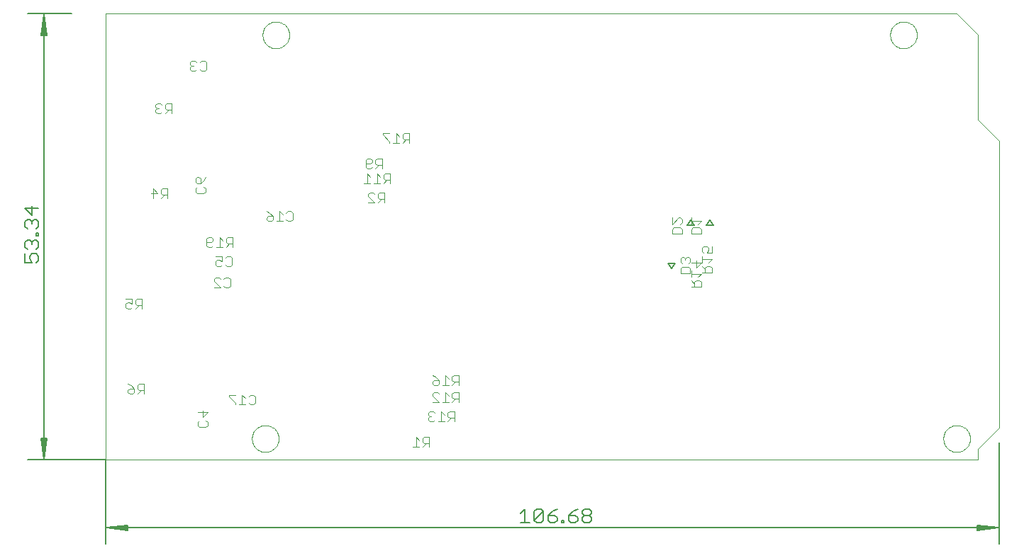
<source format=gbo>
G75*
%MOIN*%
%OFA0B0*%
%FSLAX24Y24*%
%IPPOS*%
%LPD*%
%AMOC8*
5,1,8,0,0,1.08239X$1,22.5*
%
%ADD10C,0.0000*%
%ADD11C,0.0051*%
%ADD12C,0.0060*%
%ADD13C,0.0040*%
D10*
X004160Y004093D02*
X004160Y025093D01*
X044160Y025093D01*
X045160Y024093D01*
X045160Y020093D01*
X046160Y019093D01*
X046160Y005593D01*
X045160Y004593D01*
X045160Y004093D01*
X004160Y004093D01*
X011030Y005093D02*
X011032Y005143D01*
X011038Y005193D01*
X011048Y005242D01*
X011062Y005290D01*
X011079Y005337D01*
X011100Y005382D01*
X011125Y005426D01*
X011153Y005467D01*
X011185Y005506D01*
X011219Y005543D01*
X011256Y005577D01*
X011296Y005607D01*
X011338Y005634D01*
X011382Y005658D01*
X011428Y005679D01*
X011475Y005695D01*
X011523Y005708D01*
X011573Y005717D01*
X011622Y005722D01*
X011673Y005723D01*
X011723Y005720D01*
X011772Y005713D01*
X011821Y005702D01*
X011869Y005687D01*
X011915Y005669D01*
X011960Y005647D01*
X012003Y005621D01*
X012044Y005592D01*
X012083Y005560D01*
X012119Y005525D01*
X012151Y005487D01*
X012181Y005447D01*
X012208Y005404D01*
X012231Y005360D01*
X012250Y005314D01*
X012266Y005266D01*
X012278Y005217D01*
X012286Y005168D01*
X012290Y005118D01*
X012290Y005068D01*
X012286Y005018D01*
X012278Y004969D01*
X012266Y004920D01*
X012250Y004872D01*
X012231Y004826D01*
X012208Y004782D01*
X012181Y004739D01*
X012151Y004699D01*
X012119Y004661D01*
X012083Y004626D01*
X012044Y004594D01*
X012003Y004565D01*
X011960Y004539D01*
X011915Y004517D01*
X011869Y004499D01*
X011821Y004484D01*
X011772Y004473D01*
X011723Y004466D01*
X011673Y004463D01*
X011622Y004464D01*
X011573Y004469D01*
X011523Y004478D01*
X011475Y004491D01*
X011428Y004507D01*
X011382Y004528D01*
X011338Y004552D01*
X011296Y004579D01*
X011256Y004609D01*
X011219Y004643D01*
X011185Y004680D01*
X011153Y004719D01*
X011125Y004760D01*
X011100Y004804D01*
X011079Y004849D01*
X011062Y004896D01*
X011048Y004944D01*
X011038Y004993D01*
X011032Y005043D01*
X011030Y005093D01*
X043530Y005093D02*
X043532Y005143D01*
X043538Y005193D01*
X043548Y005242D01*
X043562Y005290D01*
X043579Y005337D01*
X043600Y005382D01*
X043625Y005426D01*
X043653Y005467D01*
X043685Y005506D01*
X043719Y005543D01*
X043756Y005577D01*
X043796Y005607D01*
X043838Y005634D01*
X043882Y005658D01*
X043928Y005679D01*
X043975Y005695D01*
X044023Y005708D01*
X044073Y005717D01*
X044122Y005722D01*
X044173Y005723D01*
X044223Y005720D01*
X044272Y005713D01*
X044321Y005702D01*
X044369Y005687D01*
X044415Y005669D01*
X044460Y005647D01*
X044503Y005621D01*
X044544Y005592D01*
X044583Y005560D01*
X044619Y005525D01*
X044651Y005487D01*
X044681Y005447D01*
X044708Y005404D01*
X044731Y005360D01*
X044750Y005314D01*
X044766Y005266D01*
X044778Y005217D01*
X044786Y005168D01*
X044790Y005118D01*
X044790Y005068D01*
X044786Y005018D01*
X044778Y004969D01*
X044766Y004920D01*
X044750Y004872D01*
X044731Y004826D01*
X044708Y004782D01*
X044681Y004739D01*
X044651Y004699D01*
X044619Y004661D01*
X044583Y004626D01*
X044544Y004594D01*
X044503Y004565D01*
X044460Y004539D01*
X044415Y004517D01*
X044369Y004499D01*
X044321Y004484D01*
X044272Y004473D01*
X044223Y004466D01*
X044173Y004463D01*
X044122Y004464D01*
X044073Y004469D01*
X044023Y004478D01*
X043975Y004491D01*
X043928Y004507D01*
X043882Y004528D01*
X043838Y004552D01*
X043796Y004579D01*
X043756Y004609D01*
X043719Y004643D01*
X043685Y004680D01*
X043653Y004719D01*
X043625Y004760D01*
X043600Y004804D01*
X043579Y004849D01*
X043562Y004896D01*
X043548Y004944D01*
X043538Y004993D01*
X043532Y005043D01*
X043530Y005093D01*
X041030Y024093D02*
X041032Y024143D01*
X041038Y024193D01*
X041048Y024242D01*
X041062Y024290D01*
X041079Y024337D01*
X041100Y024382D01*
X041125Y024426D01*
X041153Y024467D01*
X041185Y024506D01*
X041219Y024543D01*
X041256Y024577D01*
X041296Y024607D01*
X041338Y024634D01*
X041382Y024658D01*
X041428Y024679D01*
X041475Y024695D01*
X041523Y024708D01*
X041573Y024717D01*
X041622Y024722D01*
X041673Y024723D01*
X041723Y024720D01*
X041772Y024713D01*
X041821Y024702D01*
X041869Y024687D01*
X041915Y024669D01*
X041960Y024647D01*
X042003Y024621D01*
X042044Y024592D01*
X042083Y024560D01*
X042119Y024525D01*
X042151Y024487D01*
X042181Y024447D01*
X042208Y024404D01*
X042231Y024360D01*
X042250Y024314D01*
X042266Y024266D01*
X042278Y024217D01*
X042286Y024168D01*
X042290Y024118D01*
X042290Y024068D01*
X042286Y024018D01*
X042278Y023969D01*
X042266Y023920D01*
X042250Y023872D01*
X042231Y023826D01*
X042208Y023782D01*
X042181Y023739D01*
X042151Y023699D01*
X042119Y023661D01*
X042083Y023626D01*
X042044Y023594D01*
X042003Y023565D01*
X041960Y023539D01*
X041915Y023517D01*
X041869Y023499D01*
X041821Y023484D01*
X041772Y023473D01*
X041723Y023466D01*
X041673Y023463D01*
X041622Y023464D01*
X041573Y023469D01*
X041523Y023478D01*
X041475Y023491D01*
X041428Y023507D01*
X041382Y023528D01*
X041338Y023552D01*
X041296Y023579D01*
X041256Y023609D01*
X041219Y023643D01*
X041185Y023680D01*
X041153Y023719D01*
X041125Y023760D01*
X041100Y023804D01*
X041079Y023849D01*
X041062Y023896D01*
X041048Y023944D01*
X041038Y023993D01*
X041032Y024043D01*
X041030Y024093D01*
X011530Y024093D02*
X011532Y024143D01*
X011538Y024193D01*
X011548Y024242D01*
X011562Y024290D01*
X011579Y024337D01*
X011600Y024382D01*
X011625Y024426D01*
X011653Y024467D01*
X011685Y024506D01*
X011719Y024543D01*
X011756Y024577D01*
X011796Y024607D01*
X011838Y024634D01*
X011882Y024658D01*
X011928Y024679D01*
X011975Y024695D01*
X012023Y024708D01*
X012073Y024717D01*
X012122Y024722D01*
X012173Y024723D01*
X012223Y024720D01*
X012272Y024713D01*
X012321Y024702D01*
X012369Y024687D01*
X012415Y024669D01*
X012460Y024647D01*
X012503Y024621D01*
X012544Y024592D01*
X012583Y024560D01*
X012619Y024525D01*
X012651Y024487D01*
X012681Y024447D01*
X012708Y024404D01*
X012731Y024360D01*
X012750Y024314D01*
X012766Y024266D01*
X012778Y024217D01*
X012786Y024168D01*
X012790Y024118D01*
X012790Y024068D01*
X012786Y024018D01*
X012778Y023969D01*
X012766Y023920D01*
X012750Y023872D01*
X012731Y023826D01*
X012708Y023782D01*
X012681Y023739D01*
X012651Y023699D01*
X012619Y023661D01*
X012583Y023626D01*
X012544Y023594D01*
X012503Y023565D01*
X012460Y023539D01*
X012415Y023517D01*
X012369Y023499D01*
X012321Y023484D01*
X012272Y023473D01*
X012223Y023466D01*
X012173Y023463D01*
X012122Y023464D01*
X012073Y023469D01*
X012023Y023478D01*
X011975Y023491D01*
X011928Y023507D01*
X011882Y023528D01*
X011838Y023552D01*
X011796Y023579D01*
X011756Y023609D01*
X011719Y023643D01*
X011685Y023680D01*
X011653Y023719D01*
X011625Y023760D01*
X011600Y023804D01*
X011579Y023849D01*
X011562Y023896D01*
X011548Y023944D01*
X011538Y023993D01*
X011532Y024043D01*
X011530Y024093D01*
D11*
X004160Y004093D02*
X004160Y000126D01*
X004185Y000893D02*
X005183Y000791D01*
X005183Y000768D02*
X004185Y000893D01*
X005183Y000996D01*
X005183Y001019D02*
X005183Y000768D01*
X005183Y000842D02*
X004185Y000893D01*
X005183Y000944D01*
X005183Y001019D02*
X004185Y000893D01*
X046134Y000893D01*
X045136Y000791D01*
X045136Y000768D02*
X046134Y000893D01*
X045136Y000996D01*
X045136Y001019D02*
X045136Y000768D01*
X045136Y000842D02*
X046134Y000893D01*
X045136Y000944D01*
X045136Y001019D02*
X046134Y000893D01*
X046160Y000126D02*
X046160Y004893D01*
X004160Y004093D02*
X000492Y004093D01*
X001260Y004119D02*
X001362Y005117D01*
X001385Y005117D02*
X001260Y004119D01*
X001157Y005117D01*
X001134Y005117D02*
X001385Y005117D01*
X001311Y005117D02*
X001260Y004119D01*
X001208Y005117D01*
X001134Y005117D02*
X001260Y004119D01*
X001260Y025068D01*
X001362Y024070D01*
X001385Y024070D02*
X001260Y025068D01*
X001157Y024070D01*
X001134Y024070D02*
X001385Y024070D01*
X001311Y024070D02*
X001260Y025068D01*
X001208Y024070D01*
X001134Y024070D02*
X001260Y025068D01*
X000492Y025093D02*
X002560Y025093D01*
D12*
X000683Y016050D02*
X000683Y015623D01*
X000363Y015943D01*
X001003Y015943D01*
X000897Y015405D02*
X001003Y015299D01*
X001003Y015085D01*
X000897Y014978D01*
X000897Y014763D02*
X001003Y014763D01*
X001003Y014656D01*
X000897Y014656D01*
X000897Y014763D01*
X000897Y014439D02*
X001003Y014332D01*
X001003Y014118D01*
X000897Y014012D01*
X000897Y013794D02*
X001003Y013687D01*
X001003Y013474D01*
X000897Y013367D01*
X000683Y013367D02*
X000576Y013581D01*
X000576Y013687D01*
X000683Y013794D01*
X000897Y013794D01*
X000470Y014012D02*
X000363Y014118D01*
X000363Y014332D01*
X000470Y014439D01*
X000576Y014439D01*
X000683Y014332D01*
X000790Y014439D01*
X000897Y014439D01*
X000683Y014332D02*
X000683Y014225D01*
X000363Y013794D02*
X000363Y013367D01*
X000683Y013367D01*
X000470Y014978D02*
X000363Y015085D01*
X000363Y015299D01*
X000470Y015405D01*
X000576Y015405D01*
X000683Y015299D01*
X000790Y015405D01*
X000897Y015405D01*
X000683Y015299D02*
X000683Y015192D01*
X023654Y001577D02*
X023867Y001790D01*
X023867Y001149D01*
X023654Y001149D02*
X024081Y001149D01*
X024298Y001256D02*
X024725Y001683D01*
X024725Y001256D01*
X024619Y001149D01*
X024405Y001149D01*
X024298Y001256D01*
X024298Y001683D01*
X024405Y001790D01*
X024619Y001790D01*
X024725Y001683D01*
X024943Y001470D02*
X025263Y001470D01*
X025370Y001363D01*
X025370Y001256D01*
X025263Y001149D01*
X025050Y001149D01*
X024943Y001256D01*
X024943Y001470D01*
X025156Y001683D01*
X025370Y001790D01*
X025910Y001470D02*
X026230Y001470D01*
X026337Y001363D01*
X026337Y001256D01*
X026230Y001149D01*
X026017Y001149D01*
X025910Y001256D01*
X025910Y001470D01*
X026123Y001683D01*
X026337Y001790D01*
X026554Y001683D02*
X026554Y001577D01*
X026661Y001470D01*
X026875Y001470D01*
X026981Y001363D01*
X026981Y001256D01*
X026875Y001149D01*
X026661Y001149D01*
X026554Y001256D01*
X026554Y001363D01*
X026661Y001470D01*
X026875Y001470D02*
X026981Y001577D01*
X026981Y001683D01*
X026875Y001790D01*
X026661Y001790D01*
X026554Y001683D01*
X025694Y001256D02*
X025694Y001149D01*
X025587Y001149D01*
X025587Y001256D01*
X025694Y001256D01*
X030760Y013096D02*
X030602Y013333D01*
X030917Y013333D01*
X030760Y013096D01*
X031502Y015154D02*
X031817Y015154D01*
X031660Y015390D01*
X031502Y015154D01*
X032402Y015154D02*
X032717Y015154D01*
X032560Y015390D01*
X032402Y015154D01*
D13*
X032146Y015339D02*
X031686Y015339D01*
X031686Y015186D02*
X031686Y015493D01*
X031993Y015186D02*
X032146Y015339D01*
X032069Y015033D02*
X031763Y015033D01*
X031686Y014956D01*
X031686Y014726D01*
X032146Y014726D01*
X032146Y014956D01*
X032069Y015033D01*
X031246Y014956D02*
X031246Y014726D01*
X030786Y014726D01*
X030786Y014956D01*
X030863Y015033D01*
X031169Y015033D01*
X031246Y014956D01*
X031169Y015186D02*
X031246Y015263D01*
X031246Y015416D01*
X031169Y015493D01*
X031093Y015493D01*
X030786Y015186D01*
X030786Y015493D01*
X032180Y014064D02*
X032256Y014141D01*
X032410Y014141D01*
X032486Y014064D01*
X032486Y013988D01*
X032410Y013834D01*
X032640Y013834D01*
X032640Y014141D01*
X032180Y014064D02*
X032180Y013911D01*
X032256Y013834D01*
X032180Y013681D02*
X032180Y013374D01*
X032140Y013383D02*
X031910Y013153D01*
X031910Y013460D01*
X031680Y013383D02*
X032140Y013383D01*
X032180Y013527D02*
X032640Y013527D01*
X032486Y013374D01*
X032410Y013220D02*
X032333Y013144D01*
X032333Y012913D01*
X032180Y012913D02*
X032640Y012913D01*
X032640Y013144D01*
X032563Y013220D01*
X032410Y013220D01*
X032333Y013067D02*
X032180Y013220D01*
X031680Y012999D02*
X031680Y012693D01*
X031680Y012846D02*
X032140Y012846D01*
X031986Y012693D01*
X031910Y012539D02*
X031833Y012462D01*
X031833Y012232D01*
X031680Y012232D02*
X032140Y012232D01*
X032140Y012462D01*
X032063Y012539D01*
X031910Y012539D01*
X031833Y012386D02*
X031680Y012539D01*
X031634Y012880D02*
X031173Y012880D01*
X031173Y013110D01*
X031250Y013187D01*
X031557Y013187D01*
X031634Y013110D01*
X031634Y012880D01*
X031557Y013341D02*
X031634Y013417D01*
X031634Y013571D01*
X031557Y013648D01*
X031480Y013648D01*
X031403Y013571D01*
X031327Y013648D01*
X031250Y013648D01*
X031173Y013571D01*
X031173Y013417D01*
X031250Y013341D01*
X031403Y013494D02*
X031403Y013571D01*
X020740Y008074D02*
X020740Y007613D01*
X020740Y007767D02*
X020509Y007767D01*
X020433Y007844D01*
X020433Y007997D01*
X020509Y008074D01*
X020740Y008074D01*
X020586Y007767D02*
X020433Y007613D01*
X020279Y007613D02*
X019972Y007613D01*
X020126Y007613D02*
X020126Y008074D01*
X020279Y007920D01*
X019819Y007844D02*
X019819Y007690D01*
X019742Y007613D01*
X019589Y007613D01*
X019512Y007690D01*
X019512Y007767D01*
X019589Y007844D01*
X019819Y007844D01*
X019665Y007997D01*
X019512Y008074D01*
X019589Y007274D02*
X019742Y007274D01*
X019819Y007197D01*
X019589Y007274D02*
X019512Y007197D01*
X019512Y007120D01*
X019819Y006813D01*
X019512Y006813D01*
X019972Y006813D02*
X020279Y006813D01*
X020126Y006813D02*
X020126Y007274D01*
X020279Y007120D01*
X020433Y007044D02*
X020509Y006967D01*
X020740Y006967D01*
X020740Y006813D02*
X020740Y007274D01*
X020509Y007274D01*
X020433Y007197D01*
X020433Y007044D01*
X020586Y006967D02*
X020433Y006813D01*
X020540Y006374D02*
X020309Y006374D01*
X020233Y006297D01*
X020233Y006144D01*
X020309Y006067D01*
X020540Y006067D01*
X020540Y005913D02*
X020540Y006374D01*
X020386Y006067D02*
X020233Y005913D01*
X020079Y005913D02*
X019772Y005913D01*
X019926Y005913D02*
X019926Y006374D01*
X020079Y006220D01*
X019619Y006297D02*
X019542Y006374D01*
X019389Y006374D01*
X019312Y006297D01*
X019312Y006220D01*
X019389Y006144D01*
X019312Y006067D01*
X019312Y005990D01*
X019389Y005913D01*
X019542Y005913D01*
X019619Y005990D01*
X019465Y006144D02*
X019389Y006144D01*
X019360Y005174D02*
X019130Y005174D01*
X019053Y005097D01*
X019053Y004944D01*
X019130Y004867D01*
X019360Y004867D01*
X019207Y004867D02*
X019053Y004713D01*
X018900Y004713D02*
X018593Y004713D01*
X018746Y004713D02*
X018746Y005174D01*
X018900Y005020D01*
X019360Y005174D02*
X019360Y004713D01*
X011180Y006770D02*
X011103Y006693D01*
X010949Y006693D01*
X010873Y006770D01*
X010719Y006693D02*
X010412Y006693D01*
X010259Y006693D02*
X010259Y006770D01*
X009952Y007077D01*
X009952Y007154D01*
X010259Y007154D01*
X010566Y007154D02*
X010566Y006693D01*
X010719Y007000D02*
X010566Y007154D01*
X010873Y007077D02*
X010949Y007154D01*
X011103Y007154D01*
X011180Y007077D01*
X011180Y006770D01*
X008940Y006333D02*
X008710Y006103D01*
X008710Y006410D01*
X008480Y006333D02*
X008940Y006333D01*
X008863Y005949D02*
X008940Y005873D01*
X008940Y005719D01*
X008863Y005643D01*
X008556Y005643D01*
X008480Y005719D01*
X008480Y005873D01*
X008556Y005949D01*
X005960Y007213D02*
X005960Y007674D01*
X005730Y007674D01*
X005653Y007597D01*
X005653Y007444D01*
X005730Y007367D01*
X005960Y007367D01*
X005807Y007367D02*
X005653Y007213D01*
X005500Y007290D02*
X005500Y007444D01*
X005270Y007444D01*
X005193Y007367D01*
X005193Y007290D01*
X005270Y007213D01*
X005423Y007213D01*
X005500Y007290D01*
X005500Y007444D02*
X005346Y007597D01*
X005193Y007674D01*
X005170Y011213D02*
X005323Y011213D01*
X005400Y011290D01*
X005400Y011444D02*
X005246Y011520D01*
X005170Y011520D01*
X005093Y011444D01*
X005093Y011290D01*
X005170Y011213D01*
X005400Y011444D02*
X005400Y011674D01*
X005093Y011674D01*
X005553Y011597D02*
X005553Y011444D01*
X005630Y011367D01*
X005860Y011367D01*
X005707Y011367D02*
X005553Y011213D01*
X005860Y011213D02*
X005860Y011674D01*
X005630Y011674D01*
X005553Y011597D01*
X009243Y012213D02*
X009550Y012213D01*
X009243Y012520D01*
X009243Y012597D01*
X009320Y012674D01*
X009473Y012674D01*
X009550Y012597D01*
X009703Y012597D02*
X009780Y012674D01*
X009934Y012674D01*
X010010Y012597D01*
X010010Y012290D01*
X009934Y012213D01*
X009780Y012213D01*
X009703Y012290D01*
X009552Y013213D02*
X009629Y013290D01*
X009552Y013213D02*
X009399Y013213D01*
X009322Y013290D01*
X009322Y013444D01*
X009399Y013520D01*
X009476Y013520D01*
X009629Y013444D01*
X009629Y013674D01*
X009322Y013674D01*
X009353Y014113D02*
X009660Y014113D01*
X009507Y014113D02*
X009507Y014574D01*
X009660Y014420D01*
X009814Y014344D02*
X009890Y014267D01*
X010121Y014267D01*
X010121Y014113D02*
X010121Y014574D01*
X009890Y014574D01*
X009814Y014497D01*
X009814Y014344D01*
X009967Y014267D02*
X009814Y014113D01*
X009859Y013674D02*
X010013Y013674D01*
X010090Y013597D01*
X010090Y013290D01*
X010013Y013213D01*
X009859Y013213D01*
X009783Y013290D01*
X009783Y013597D02*
X009859Y013674D01*
X009200Y014190D02*
X009123Y014113D01*
X008970Y014113D01*
X008893Y014190D01*
X008893Y014497D01*
X008970Y014574D01*
X009123Y014574D01*
X009200Y014497D01*
X009200Y014420D01*
X009123Y014344D01*
X008893Y014344D01*
X011712Y015410D02*
X011789Y015333D01*
X011942Y015333D01*
X012019Y015410D01*
X012019Y015564D01*
X011789Y015564D01*
X011712Y015487D01*
X011712Y015410D01*
X011865Y015717D02*
X012019Y015564D01*
X011865Y015717D02*
X011712Y015794D01*
X012326Y015794D02*
X012479Y015640D01*
X012633Y015717D02*
X012709Y015794D01*
X012863Y015794D01*
X012940Y015717D01*
X012940Y015410D01*
X012863Y015333D01*
X012709Y015333D01*
X012633Y015410D01*
X012479Y015333D02*
X012172Y015333D01*
X012326Y015333D02*
X012326Y015794D01*
X008840Y016719D02*
X008763Y016643D01*
X008456Y016643D01*
X008380Y016719D01*
X008380Y016873D01*
X008456Y016949D01*
X008456Y017103D02*
X008380Y017180D01*
X008380Y017333D01*
X008456Y017410D01*
X008533Y017410D01*
X008610Y017333D01*
X008610Y017103D01*
X008456Y017103D01*
X008610Y017103D02*
X008763Y017256D01*
X008840Y017410D01*
X008763Y016949D02*
X008840Y016873D01*
X008840Y016719D01*
X007060Y016567D02*
X006830Y016567D01*
X006753Y016644D01*
X006753Y016797D01*
X006830Y016874D01*
X007060Y016874D01*
X007060Y016413D01*
X006907Y016567D02*
X006753Y016413D01*
X006600Y016644D02*
X006293Y016644D01*
X006370Y016874D02*
X006370Y016413D01*
X006600Y016644D02*
X006370Y016874D01*
X006570Y020413D02*
X006723Y020413D01*
X006800Y020490D01*
X006953Y020413D02*
X007107Y020567D01*
X007030Y020567D02*
X007260Y020567D01*
X007260Y020413D02*
X007260Y020874D01*
X007030Y020874D01*
X006953Y020797D01*
X006953Y020644D01*
X007030Y020567D01*
X006800Y020797D02*
X006723Y020874D01*
X006570Y020874D01*
X006493Y020797D01*
X006493Y020720D01*
X006570Y020644D01*
X006493Y020567D01*
X006493Y020490D01*
X006570Y020413D01*
X006570Y020644D02*
X006646Y020644D01*
X008199Y022413D02*
X008352Y022413D01*
X008429Y022490D01*
X008583Y022490D02*
X008659Y022413D01*
X008813Y022413D01*
X008890Y022490D01*
X008890Y022797D01*
X008813Y022874D01*
X008659Y022874D01*
X008583Y022797D01*
X008429Y022797D02*
X008352Y022874D01*
X008199Y022874D01*
X008122Y022797D01*
X008122Y022720D01*
X008199Y022644D01*
X008122Y022567D01*
X008122Y022490D01*
X008199Y022413D01*
X008199Y022644D02*
X008276Y022644D01*
X016372Y018197D02*
X016449Y018274D01*
X016602Y018274D01*
X016679Y018197D01*
X016679Y018120D01*
X016602Y018044D01*
X016372Y018044D01*
X016372Y018197D02*
X016372Y017890D01*
X016449Y017813D01*
X016602Y017813D01*
X016679Y017890D01*
X016833Y017813D02*
X016986Y017967D01*
X016909Y017967D02*
X017140Y017967D01*
X017140Y017813D02*
X017140Y018274D01*
X016909Y018274D01*
X016833Y018197D01*
X016833Y018044D01*
X016909Y017967D01*
X016907Y017574D02*
X016907Y017113D01*
X017060Y017113D02*
X016753Y017113D01*
X016600Y017113D02*
X016293Y017113D01*
X016446Y017113D02*
X016446Y017574D01*
X016600Y017420D01*
X016907Y017574D02*
X017060Y017420D01*
X017214Y017344D02*
X017290Y017267D01*
X017521Y017267D01*
X017521Y017113D02*
X017521Y017574D01*
X017290Y017574D01*
X017214Y017497D01*
X017214Y017344D01*
X017367Y017267D02*
X017214Y017113D01*
X017260Y016674D02*
X017030Y016674D01*
X016953Y016597D01*
X016953Y016444D01*
X017030Y016367D01*
X017260Y016367D01*
X017107Y016367D02*
X016953Y016213D01*
X016800Y016213D02*
X016493Y016520D01*
X016493Y016597D01*
X016570Y016674D01*
X016723Y016674D01*
X016800Y016597D01*
X016800Y016213D02*
X016493Y016213D01*
X017260Y016213D02*
X017260Y016674D01*
X017500Y019013D02*
X017500Y019090D01*
X017193Y019397D01*
X017193Y019474D01*
X017500Y019474D01*
X017807Y019474D02*
X017960Y019320D01*
X018114Y019244D02*
X018190Y019167D01*
X018421Y019167D01*
X018421Y019013D02*
X018421Y019474D01*
X018190Y019474D01*
X018114Y019397D01*
X018114Y019244D01*
X018267Y019167D02*
X018114Y019013D01*
X017960Y019013D02*
X017653Y019013D01*
X017807Y019013D02*
X017807Y019474D01*
M02*

</source>
